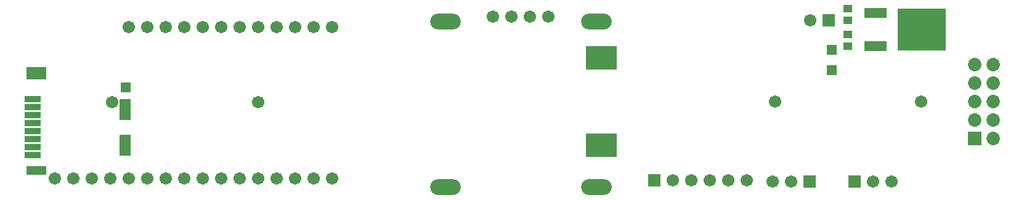
<source format=gbs>
G04*
G04 #@! TF.GenerationSoftware,Altium Limited,Altium Designer,18.1.9 (240)*
G04*
G04 Layer_Color=16711935*
%FSAX25Y25*%
%MOIN*%
G70*
G01*
G75*
%ADD22R,0.04540X0.04147*%
%ADD25O,0.16548X0.08674*%
%ADD26C,0.06706*%
%ADD27C,0.06710*%
%ADD28C,0.07296*%
%ADD29R,0.07296X0.07296*%
%ADD30R,0.06706X0.06706*%
%ADD31C,0.06706*%
%ADD55R,0.06312X0.11430*%
%ADD56R,0.05524X0.05524*%
%ADD57R,0.11036X0.06706*%
%ADD58R,0.11036X0.04737*%
%ADD59R,0.08674X0.03556*%
%ADD60R,0.12020X0.05721*%
%ADD61R,0.26391X0.22650*%
%ADD62R,0.05524X0.05524*%
%ADD63R,0.16548X0.12611*%
D22*
X0598500Y0358250D02*
D03*
Y0364550D02*
D03*
X0598600Y0372250D02*
D03*
Y0378550D02*
D03*
D25*
X0462598Y0371532D02*
D03*
X0380905D02*
D03*
X0380865Y0281768D02*
D03*
X0462598D02*
D03*
D26*
X0406535Y0374170D02*
D03*
X0319700Y0286437D02*
D03*
X0309700D02*
D03*
X0169700D02*
D03*
X0179700D02*
D03*
X0189700D02*
D03*
X0199700D02*
D03*
X0209700D02*
D03*
X0219700D02*
D03*
X0229700Y0286476D02*
D03*
X0299700Y0286437D02*
D03*
X0289700D02*
D03*
X0279700D02*
D03*
X0269700D02*
D03*
X0239700D02*
D03*
X0249700D02*
D03*
X0259700D02*
D03*
X0209700Y0368563D02*
D03*
X0219700D02*
D03*
X0229700D02*
D03*
X0239700D02*
D03*
X0249700D02*
D03*
X0259700D02*
D03*
X0269700D02*
D03*
X0279700D02*
D03*
X0289700D02*
D03*
X0299700D02*
D03*
X0309700D02*
D03*
X0319700D02*
D03*
D27*
X0416535Y0374131D02*
D03*
X0426535D02*
D03*
X0436574Y0374170D02*
D03*
D28*
X0677218Y0348183D02*
D03*
Y0338183D02*
D03*
Y0328183D02*
D03*
Y0318183D02*
D03*
Y0308183D02*
D03*
X0667218Y0348183D02*
D03*
Y0338183D02*
D03*
Y0328183D02*
D03*
Y0318183D02*
D03*
D29*
Y0308183D02*
D03*
D30*
X0588300Y0372100D02*
D03*
X0578000Y0285000D02*
D03*
X0602300Y0284900D02*
D03*
X0493800Y0285600D02*
D03*
D31*
X0578300Y0372100D02*
D03*
X0568000Y0285000D02*
D03*
X0558000D02*
D03*
X0612300Y0284900D02*
D03*
X0622300D02*
D03*
X0200700Y0327800D02*
D03*
X0559200Y0328200D02*
D03*
X0638300D02*
D03*
X0279510Y0327932D02*
D03*
X0543800Y0285600D02*
D03*
X0533800D02*
D03*
X0523800D02*
D03*
X0513800D02*
D03*
X0503800D02*
D03*
D55*
X0207436Y0304666D02*
D03*
Y0323957D02*
D03*
D56*
X0207830Y0335965D02*
D03*
D57*
X0159405Y0343446D02*
D03*
D58*
Y0290887D02*
D03*
D59*
X0157436Y0299154D02*
D03*
Y0303485D02*
D03*
Y0307816D02*
D03*
Y0312146D02*
D03*
Y0316477D02*
D03*
Y0320808D02*
D03*
Y0325139D02*
D03*
Y0329469D02*
D03*
D60*
X0613543Y0358184D02*
D03*
Y0376137D02*
D03*
D61*
X0638700Y0367200D02*
D03*
D62*
X0589800Y0345088D02*
D03*
Y0356112D02*
D03*
D63*
X0465216Y0304569D02*
D03*
Y0351813D02*
D03*
M02*

</source>
